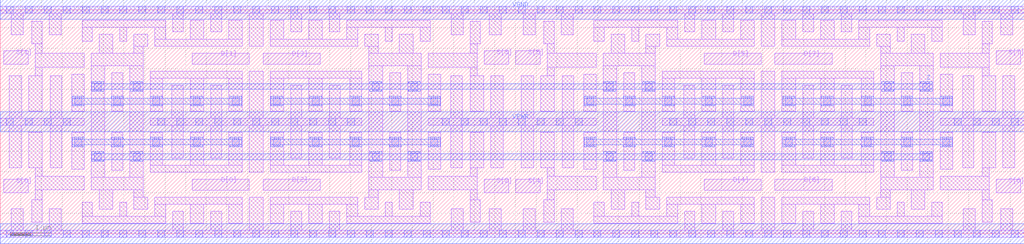
<source format=lef>
# Copyright 2020 The SkyWater PDK Authors
#
# Licensed under the Apache License, Version 2.0 (the "License");
# you may not use this file except in compliance with the License.
# You may obtain a copy of the License at
#
#     https://www.apache.org/licenses/LICENSE-2.0
#
# Unless required by applicable law or agreed to in writing, software
# distributed under the License is distributed on an "AS IS" BASIS,
# WITHOUT WARRANTIES OR CONDITIONS OF ANY KIND, either express or implied.
# See the License for the specific language governing permissions and
# limitations under the License.
#
# SPDX-License-Identifier: Apache-2.0

VERSION 5.7 ;
BUSBITCHARS "[]" ;
DIVIDERCHAR "/" ;
PROPERTYDEFINITIONS
  MACRO maskLayoutSubType STRING ;
  MACRO prCellType STRING ;
  MACRO originalViewName STRING ;
END PROPERTYDEFINITIONS
MACRO sky130_fd_sc_hdll__muxb8to1_4
  ORIGIN  0.000000  0.000000 ;
  CLASS CORE ;
  SYMMETRY X Y R90 ;
  SIZE  24.84000 BY  5.440000 ;
  SITE unithd ;
  PIN D[0]
    DIRECTION INPUT ;
    USE SIGNAL ;
    PORT
      LAYER li1 ;
        RECT 4.655000 1.055000 6.045000 1.325000 ;
    END
  END D[0]
  PIN D[1]
    DIRECTION INPUT ;
    USE SIGNAL ;
    PORT
      LAYER li1 ;
        RECT 4.655000 4.115000 6.045000 4.385000 ;
    END
  END D[1]
  PIN D[2]
    DIRECTION INPUT ;
    USE SIGNAL ;
    PORT
      LAYER li1 ;
        RECT 6.375000 1.055000 7.765000 1.325000 ;
    END
  END D[2]
  PIN D[3]
    DIRECTION INPUT ;
    USE SIGNAL ;
    PORT
      LAYER li1 ;
        RECT 6.375000 4.115000 7.765000 4.385000 ;
    END
  END D[3]
  PIN D[4]
    DIRECTION INPUT ;
    USE SIGNAL ;
    PORT
      LAYER li1 ;
        RECT 17.075000 1.055000 18.465000 1.325000 ;
    END
  END D[4]
  PIN D[5]
    DIRECTION INPUT ;
    USE SIGNAL ;
    PORT
      LAYER li1 ;
        RECT 17.075000 4.115000 18.465000 4.385000 ;
    END
  END D[5]
  PIN D[6]
    DIRECTION INPUT ;
    USE SIGNAL ;
    PORT
      LAYER li1 ;
        RECT 18.795000 1.055000 20.185000 1.325000 ;
    END
  END D[6]
  PIN D[7]
    DIRECTION INPUT ;
    USE SIGNAL ;
    PORT
      LAYER li1 ;
        RECT 18.795000 4.115000 20.185000 4.385000 ;
    END
  END D[7]
  PIN S[0]
    DIRECTION INPUT ;
    USE SIGNAL ;
    PORT
      LAYER li1 ;
        RECT 0.085000 0.995000 0.680000 1.325000 ;
    END
  END S[0]
  PIN S[1]
    DIRECTION INPUT ;
    USE SIGNAL ;
    PORT
      LAYER li1 ;
        RECT 0.085000 4.115000 0.680000 4.445000 ;
    END
  END S[1]
  PIN S[2]
    DIRECTION INPUT ;
    USE SIGNAL ;
    PORT
      LAYER li1 ;
        RECT 11.740000 0.995000 12.335000 1.325000 ;
    END
  END S[2]
  PIN S[3]
    DIRECTION INPUT ;
    USE SIGNAL ;
    PORT
      LAYER li1 ;
        RECT 11.740000 4.115000 12.335000 4.445000 ;
    END
  END S[3]
  PIN S[4]
    DIRECTION INPUT ;
    USE SIGNAL ;
    PORT
      LAYER li1 ;
        RECT 12.505000 0.995000 13.100000 1.325000 ;
    END
  END S[4]
  PIN S[5]
    DIRECTION INPUT ;
    USE SIGNAL ;
    PORT
      LAYER li1 ;
        RECT 12.505000 4.115000 13.100000 4.445000 ;
    END
  END S[5]
  PIN S[6]
    DIRECTION INPUT ;
    USE SIGNAL ;
    PORT
      LAYER li1 ;
        RECT 24.160000 0.995000 24.755000 1.325000 ;
    END
  END S[6]
  PIN S[7]
    DIRECTION INPUT ;
    USE SIGNAL ;
    PORT
      LAYER li1 ;
        RECT 24.160000 4.115000 24.755000 4.445000 ;
    END
  END S[7]
  PIN Z
    ANTENNADIFFAREA  1.992000 ;
    DIRECTION OUTPUT ;
    USE SIGNAL ;
    PORT
      LAYER met1 ;
        RECT  2.225000 1.755000  2.515000 1.800000 ;
        RECT  2.225000 1.800000 22.615000 1.940000 ;
        RECT  2.225000 1.940000  2.515000 1.985000 ;
        RECT  2.225000 3.455000  2.515000 3.500000 ;
        RECT  2.225000 3.500000 22.615000 3.640000 ;
        RECT  2.225000 3.640000  2.515000 3.685000 ;
        RECT  3.165000 1.755000  3.455000 1.800000 ;
        RECT  3.165000 1.940000  3.455000 1.985000 ;
        RECT  3.165000 3.455000  3.455000 3.500000 ;
        RECT  3.165000 3.640000  3.455000 3.685000 ;
        RECT  8.965000 1.755000  9.255000 1.800000 ;
        RECT  8.965000 1.940000  9.255000 1.985000 ;
        RECT  8.965000 3.455000  9.255000 3.500000 ;
        RECT  8.965000 3.640000  9.255000 3.685000 ;
        RECT  9.905000 1.755000 10.195000 1.800000 ;
        RECT  9.905000 1.940000 10.195000 1.985000 ;
        RECT  9.905000 3.455000 10.195000 3.500000 ;
        RECT  9.905000 3.640000 10.195000 3.685000 ;
        RECT 14.645000 1.755000 14.935000 1.800000 ;
        RECT 14.645000 1.940000 14.935000 1.985000 ;
        RECT 14.645000 3.455000 14.935000 3.500000 ;
        RECT 14.645000 3.640000 14.935000 3.685000 ;
        RECT 15.585000 1.755000 15.875000 1.800000 ;
        RECT 15.585000 1.940000 15.875000 1.985000 ;
        RECT 15.585000 3.455000 15.875000 3.500000 ;
        RECT 15.585000 3.640000 15.875000 3.685000 ;
        RECT 21.385000 1.755000 21.675000 1.800000 ;
        RECT 21.385000 1.940000 21.675000 1.985000 ;
        RECT 21.385000 3.455000 21.675000 3.500000 ;
        RECT 21.385000 3.640000 21.675000 3.685000 ;
        RECT 22.325000 1.755000 22.615000 1.800000 ;
        RECT 22.325000 1.940000 22.615000 1.985000 ;
        RECT 22.325000 3.455000 22.615000 3.500000 ;
        RECT 22.325000 3.640000 22.615000 3.685000 ;
    END
  END Z
  PIN VGND
    DIRECTION INOUT ;
    USE GROUND ;
    PORT
      LAYER met1 ;
        RECT 0.000000 -0.240000 24.840000 0.240000 ;
        RECT 0.000000  5.200000 24.840000 5.680000 ;
    END
  END VGND
  PIN VPWR
    DIRECTION INOUT ;
    USE POWER ;
    PORT
      LAYER met1 ;
        RECT 0.000000 2.480000 24.840000 2.960000 ;
    END
  END VPWR
  OBS
    LAYER li1 ;
      RECT  0.000000 -0.085000 24.840000 0.085000 ;
      RECT  0.000000  2.635000  2.035000 2.805000 ;
      RECT  0.000000  5.355000 24.840000 5.525000 ;
      RECT  0.220000  1.605000  0.520000 2.635000 ;
      RECT  0.220000  2.805000  0.520000 3.835000 ;
      RECT  0.270000  0.085000  0.560000 0.610000 ;
      RECT  0.270000  4.830000  0.560000 5.355000 ;
      RECT  0.690000  1.605000  1.020000 2.465000 ;
      RECT  0.690000  2.975000  1.020000 3.835000 ;
      RECT  0.770000  0.280000  1.020000 0.825000 ;
      RECT  0.770000  4.615000  1.020000 5.160000 ;
      RECT  0.850000  0.825000  1.020000 1.065000 ;
      RECT  0.850000  1.065000  2.035000 1.395000 ;
      RECT  0.850000  1.395000  1.020000 1.605000 ;
      RECT  0.850000  3.835000  1.020000 4.045000 ;
      RECT  0.850000  4.045000  2.035000 4.375000 ;
      RECT  0.850000  4.375000  1.020000 4.615000 ;
      RECT  1.190000  0.085000  1.480000 0.610000 ;
      RECT  1.190000  4.830000  1.480000 5.355000 ;
      RECT  1.215000  1.605000  1.490000 2.635000 ;
      RECT  1.215000  2.805000  1.490000 3.835000 ;
      RECT  1.735000  1.565000  2.035000 2.465000 ;
      RECT  1.735000  2.975000  2.035000 3.875000 ;
      RECT  1.985000  0.255000  4.015000 0.425000 ;
      RECT  1.985000  0.425000  2.235000 0.770000 ;
      RECT  1.985000  4.670000  2.235000 5.015000 ;
      RECT  1.985000  5.015000  4.015000 5.185000 ;
      RECT  2.205000  1.065000  3.475000 1.365000 ;
      RECT  2.205000  1.365000  2.535000 4.075000 ;
      RECT  2.205000  4.075000  3.475000 4.375000 ;
      RECT  2.405000  0.595000  2.735000 1.065000 ;
      RECT  2.405000  4.375000  2.735000 4.845000 ;
      RECT  2.705000  1.535000  2.975000 2.465000 ;
      RECT  2.705000  2.975000  2.975000 3.905000 ;
      RECT  2.905000  0.425000  3.075000 0.770000 ;
      RECT  2.905000  4.670000  3.075000 5.015000 ;
      RECT  3.145000  1.365000  3.475000 4.075000 ;
      RECT  3.245000  0.595000  3.575000 0.885000 ;
      RECT  3.245000  0.885000  3.475000 1.065000 ;
      RECT  3.245000  4.375000  3.475000 4.555000 ;
      RECT  3.245000  4.555000  3.575000 4.845000 ;
      RECT  3.645000  1.495000  5.875000 1.665000 ;
      RECT  3.645000  1.665000  3.945000 2.465000 ;
      RECT  3.645000  2.635000  8.775000 2.805000 ;
      RECT  3.645000  2.975000  3.945000 3.775000 ;
      RECT  3.645000  3.775000  5.875000 3.945000 ;
      RECT  3.745000  0.425000  4.015000 0.715000 ;
      RECT  3.745000  0.715000  5.875000 0.885000 ;
      RECT  3.745000  4.555000  5.875000 4.725000 ;
      RECT  3.745000  4.725000  4.015000 5.015000 ;
      RECT  4.165000  1.835000  4.435000 2.635000 ;
      RECT  4.165000  2.805000  4.435000 3.605000 ;
      RECT  4.185000  0.085000  4.435000 0.545000 ;
      RECT  4.185000  4.895000  4.435000 5.355000 ;
      RECT  4.605000  0.255000  4.935000 0.715000 ;
      RECT  4.605000  1.665000  4.935000 2.465000 ;
      RECT  4.605000  2.975000  4.935000 3.775000 ;
      RECT  4.605000  4.725000  4.935000 5.185000 ;
      RECT  5.105000  0.085000  5.375000 0.545000 ;
      RECT  5.105000  1.835000  5.375000 2.635000 ;
      RECT  5.105000  2.805000  5.375000 3.605000 ;
      RECT  5.105000  4.895000  5.375000 5.355000 ;
      RECT  5.545000  0.255000  5.875000 0.715000 ;
      RECT  5.545000  1.665000  5.875000 2.465000 ;
      RECT  5.545000  2.975000  5.875000 3.775000 ;
      RECT  5.545000  4.725000  5.875000 5.185000 ;
      RECT  6.045000  0.085000  6.375000 0.885000 ;
      RECT  6.045000  1.495000  6.375000 2.635000 ;
      RECT  6.045000  2.805000  6.375000 3.945000 ;
      RECT  6.045000  4.555000  6.375000 5.355000 ;
      RECT  6.545000  0.255000  6.875000 0.715000 ;
      RECT  6.545000  0.715000  8.675000 0.885000 ;
      RECT  6.545000  1.495000  8.775000 1.665000 ;
      RECT  6.545000  1.665000  6.875000 2.465000 ;
      RECT  6.545000  2.975000  6.875000 3.775000 ;
      RECT  6.545000  3.775000  8.775000 3.945000 ;
      RECT  6.545000  4.555000  8.675000 4.725000 ;
      RECT  6.545000  4.725000  6.875000 5.185000 ;
      RECT  7.045000  0.085000  7.315000 0.545000 ;
      RECT  7.045000  1.835000  7.315000 2.635000 ;
      RECT  7.045000  2.805000  7.315000 3.605000 ;
      RECT  7.045000  4.895000  7.315000 5.355000 ;
      RECT  7.485000  0.255000  7.815000 0.715000 ;
      RECT  7.485000  1.665000  7.815000 2.465000 ;
      RECT  7.485000  2.975000  7.815000 3.775000 ;
      RECT  7.485000  4.725000  7.815000 5.185000 ;
      RECT  7.985000  0.085000  8.235000 0.545000 ;
      RECT  7.985000  1.835000  8.255000 2.635000 ;
      RECT  7.985000  2.805000  8.255000 3.605000 ;
      RECT  7.985000  4.895000  8.235000 5.355000 ;
      RECT  8.405000  0.255000 10.435000 0.425000 ;
      RECT  8.405000  0.425000  8.675000 0.715000 ;
      RECT  8.405000  4.725000  8.675000 5.015000 ;
      RECT  8.405000  5.015000 10.435000 5.185000 ;
      RECT  8.475000  1.665000  8.775000 2.465000 ;
      RECT  8.475000  2.975000  8.775000 3.775000 ;
      RECT  8.845000  0.595000  9.175000 0.885000 ;
      RECT  8.845000  4.555000  9.175000 4.845000 ;
      RECT  8.945000  0.885000  9.175000 1.065000 ;
      RECT  8.945000  1.065000 10.215000 1.365000 ;
      RECT  8.945000  1.365000  9.275000 4.075000 ;
      RECT  8.945000  4.075000 10.215000 4.375000 ;
      RECT  8.945000  4.375000  9.175000 4.555000 ;
      RECT  9.345000  0.425000  9.515000 0.770000 ;
      RECT  9.345000  4.670000  9.515000 5.015000 ;
      RECT  9.445000  1.535000  9.715000 2.465000 ;
      RECT  9.445000  2.975000  9.715000 3.905000 ;
      RECT  9.685000  0.595000 10.015000 1.065000 ;
      RECT  9.685000  4.375000 10.015000 4.845000 ;
      RECT  9.885000  1.365000 10.215000 4.075000 ;
      RECT 10.185000  0.425000 10.435000 0.770000 ;
      RECT 10.185000  4.670000 10.435000 5.015000 ;
      RECT 10.385000  1.065000 11.570000 1.395000 ;
      RECT 10.385000  1.565000 10.685000 2.465000 ;
      RECT 10.385000  2.635000 14.455000 2.805000 ;
      RECT 10.385000  2.975000 10.685000 3.875000 ;
      RECT 10.385000  4.045000 11.570000 4.375000 ;
      RECT 10.930000  1.605000 11.205000 2.635000 ;
      RECT 10.930000  2.805000 11.205000 3.835000 ;
      RECT 10.940000  0.085000 11.230000 0.610000 ;
      RECT 10.940000  4.830000 11.230000 5.355000 ;
      RECT 11.400000  0.280000 11.650000 0.825000 ;
      RECT 11.400000  0.825000 11.570000 1.065000 ;
      RECT 11.400000  1.395000 11.570000 1.605000 ;
      RECT 11.400000  1.605000 11.730000 2.465000 ;
      RECT 11.400000  2.975000 11.730000 3.835000 ;
      RECT 11.400000  3.835000 11.570000 4.045000 ;
      RECT 11.400000  4.375000 11.570000 4.615000 ;
      RECT 11.400000  4.615000 11.650000 5.160000 ;
      RECT 11.860000  0.085000 12.150000 0.610000 ;
      RECT 11.860000  4.830000 12.150000 5.355000 ;
      RECT 11.900000  1.605000 12.200000 2.635000 ;
      RECT 11.900000  2.805000 12.200000 3.835000 ;
      RECT 12.640000  1.605000 12.940000 2.635000 ;
      RECT 12.640000  2.805000 12.940000 3.835000 ;
      RECT 12.690000  0.085000 12.980000 0.610000 ;
      RECT 12.690000  4.830000 12.980000 5.355000 ;
      RECT 13.110000  1.605000 13.440000 2.465000 ;
      RECT 13.110000  2.975000 13.440000 3.835000 ;
      RECT 13.190000  0.280000 13.440000 0.825000 ;
      RECT 13.190000  4.615000 13.440000 5.160000 ;
      RECT 13.270000  0.825000 13.440000 1.065000 ;
      RECT 13.270000  1.065000 14.455000 1.395000 ;
      RECT 13.270000  1.395000 13.440000 1.605000 ;
      RECT 13.270000  3.835000 13.440000 4.045000 ;
      RECT 13.270000  4.045000 14.455000 4.375000 ;
      RECT 13.270000  4.375000 13.440000 4.615000 ;
      RECT 13.610000  0.085000 13.900000 0.610000 ;
      RECT 13.610000  4.830000 13.900000 5.355000 ;
      RECT 13.635000  1.605000 13.910000 2.635000 ;
      RECT 13.635000  2.805000 13.910000 3.835000 ;
      RECT 14.155000  1.565000 14.455000 2.465000 ;
      RECT 14.155000  2.975000 14.455000 3.875000 ;
      RECT 14.405000  0.255000 16.435000 0.425000 ;
      RECT 14.405000  0.425000 14.655000 0.770000 ;
      RECT 14.405000  4.670000 14.655000 5.015000 ;
      RECT 14.405000  5.015000 16.435000 5.185000 ;
      RECT 14.625000  1.065000 15.895000 1.365000 ;
      RECT 14.625000  1.365000 14.955000 4.075000 ;
      RECT 14.625000  4.075000 15.895000 4.375000 ;
      RECT 14.825000  0.595000 15.155000 1.065000 ;
      RECT 14.825000  4.375000 15.155000 4.845000 ;
      RECT 15.125000  1.535000 15.395000 2.465000 ;
      RECT 15.125000  2.975000 15.395000 3.905000 ;
      RECT 15.325000  0.425000 15.495000 0.770000 ;
      RECT 15.325000  4.670000 15.495000 5.015000 ;
      RECT 15.565000  1.365000 15.895000 4.075000 ;
      RECT 15.665000  0.595000 15.995000 0.885000 ;
      RECT 15.665000  0.885000 15.895000 1.065000 ;
      RECT 15.665000  4.375000 15.895000 4.555000 ;
      RECT 15.665000  4.555000 15.995000 4.845000 ;
      RECT 16.065000  1.495000 18.295000 1.665000 ;
      RECT 16.065000  1.665000 16.365000 2.465000 ;
      RECT 16.065000  2.635000 21.195000 2.805000 ;
      RECT 16.065000  2.975000 16.365000 3.775000 ;
      RECT 16.065000  3.775000 18.295000 3.945000 ;
      RECT 16.165000  0.425000 16.435000 0.715000 ;
      RECT 16.165000  0.715000 18.295000 0.885000 ;
      RECT 16.165000  4.555000 18.295000 4.725000 ;
      RECT 16.165000  4.725000 16.435000 5.015000 ;
      RECT 16.585000  1.835000 16.855000 2.635000 ;
      RECT 16.585000  2.805000 16.855000 3.605000 ;
      RECT 16.605000  0.085000 16.855000 0.545000 ;
      RECT 16.605000  4.895000 16.855000 5.355000 ;
      RECT 17.025000  0.255000 17.355000 0.715000 ;
      RECT 17.025000  1.665000 17.355000 2.465000 ;
      RECT 17.025000  2.975000 17.355000 3.775000 ;
      RECT 17.025000  4.725000 17.355000 5.185000 ;
      RECT 17.525000  0.085000 17.795000 0.545000 ;
      RECT 17.525000  1.835000 17.795000 2.635000 ;
      RECT 17.525000  2.805000 17.795000 3.605000 ;
      RECT 17.525000  4.895000 17.795000 5.355000 ;
      RECT 17.965000  0.255000 18.295000 0.715000 ;
      RECT 17.965000  1.665000 18.295000 2.465000 ;
      RECT 17.965000  2.975000 18.295000 3.775000 ;
      RECT 17.965000  4.725000 18.295000 5.185000 ;
      RECT 18.465000  0.085000 18.795000 0.885000 ;
      RECT 18.465000  1.495000 18.795000 2.635000 ;
      RECT 18.465000  2.805000 18.795000 3.945000 ;
      RECT 18.465000  4.555000 18.795000 5.355000 ;
      RECT 18.965000  0.255000 19.295000 0.715000 ;
      RECT 18.965000  0.715000 21.095000 0.885000 ;
      RECT 18.965000  1.495000 21.195000 1.665000 ;
      RECT 18.965000  1.665000 19.295000 2.465000 ;
      RECT 18.965000  2.975000 19.295000 3.775000 ;
      RECT 18.965000  3.775000 21.195000 3.945000 ;
      RECT 18.965000  4.555000 21.095000 4.725000 ;
      RECT 18.965000  4.725000 19.295000 5.185000 ;
      RECT 19.465000  0.085000 19.735000 0.545000 ;
      RECT 19.465000  1.835000 19.735000 2.635000 ;
      RECT 19.465000  2.805000 19.735000 3.605000 ;
      RECT 19.465000  4.895000 19.735000 5.355000 ;
      RECT 19.905000  0.255000 20.235000 0.715000 ;
      RECT 19.905000  1.665000 20.235000 2.465000 ;
      RECT 19.905000  2.975000 20.235000 3.775000 ;
      RECT 19.905000  4.725000 20.235000 5.185000 ;
      RECT 20.405000  0.085000 20.655000 0.545000 ;
      RECT 20.405000  1.835000 20.675000 2.635000 ;
      RECT 20.405000  2.805000 20.675000 3.605000 ;
      RECT 20.405000  4.895000 20.655000 5.355000 ;
      RECT 20.825000  0.255000 22.855000 0.425000 ;
      RECT 20.825000  0.425000 21.095000 0.715000 ;
      RECT 20.825000  4.725000 21.095000 5.015000 ;
      RECT 20.825000  5.015000 22.855000 5.185000 ;
      RECT 20.895000  1.665000 21.195000 2.465000 ;
      RECT 20.895000  2.975000 21.195000 3.775000 ;
      RECT 21.265000  0.595000 21.595000 0.885000 ;
      RECT 21.265000  4.555000 21.595000 4.845000 ;
      RECT 21.365000  0.885000 21.595000 1.065000 ;
      RECT 21.365000  1.065000 22.635000 1.365000 ;
      RECT 21.365000  1.365000 21.695000 4.075000 ;
      RECT 21.365000  4.075000 22.635000 4.375000 ;
      RECT 21.365000  4.375000 21.595000 4.555000 ;
      RECT 21.765000  0.425000 21.935000 0.770000 ;
      RECT 21.765000  4.670000 21.935000 5.015000 ;
      RECT 21.865000  1.535000 22.135000 2.465000 ;
      RECT 21.865000  2.975000 22.135000 3.905000 ;
      RECT 22.105000  0.595000 22.435000 1.065000 ;
      RECT 22.105000  4.375000 22.435000 4.845000 ;
      RECT 22.305000  1.365000 22.635000 4.075000 ;
      RECT 22.605000  0.425000 22.855000 0.770000 ;
      RECT 22.605000  4.670000 22.855000 5.015000 ;
      RECT 22.805000  1.065000 23.990000 1.395000 ;
      RECT 22.805000  1.565000 23.105000 2.465000 ;
      RECT 22.805000  2.635000 24.840000 2.805000 ;
      RECT 22.805000  2.975000 23.105000 3.875000 ;
      RECT 22.805000  4.045000 23.990000 4.375000 ;
      RECT 23.350000  1.605000 23.625000 2.635000 ;
      RECT 23.350000  2.805000 23.625000 3.835000 ;
      RECT 23.360000  0.085000 23.650000 0.610000 ;
      RECT 23.360000  4.830000 23.650000 5.355000 ;
      RECT 23.820000  0.280000 24.070000 0.825000 ;
      RECT 23.820000  0.825000 23.990000 1.065000 ;
      RECT 23.820000  1.395000 23.990000 1.605000 ;
      RECT 23.820000  1.605000 24.150000 2.465000 ;
      RECT 23.820000  2.975000 24.150000 3.835000 ;
      RECT 23.820000  3.835000 23.990000 4.045000 ;
      RECT 23.820000  4.375000 23.990000 4.615000 ;
      RECT 23.820000  4.615000 24.070000 5.160000 ;
      RECT 24.280000  0.085000 24.570000 0.610000 ;
      RECT 24.280000  4.830000 24.570000 5.355000 ;
      RECT 24.320000  1.605000 24.620000 2.635000 ;
      RECT 24.320000  2.805000 24.620000 3.835000 ;
    LAYER mcon ;
      RECT  0.145000 -0.085000  0.315000 0.085000 ;
      RECT  0.145000  2.635000  0.315000 2.805000 ;
      RECT  0.145000  5.355000  0.315000 5.525000 ;
      RECT  0.605000 -0.085000  0.775000 0.085000 ;
      RECT  0.605000  2.635000  0.775000 2.805000 ;
      RECT  0.605000  5.355000  0.775000 5.525000 ;
      RECT  1.065000 -0.085000  1.235000 0.085000 ;
      RECT  1.065000  2.635000  1.235000 2.805000 ;
      RECT  1.065000  5.355000  1.235000 5.525000 ;
      RECT  1.525000 -0.085000  1.695000 0.085000 ;
      RECT  1.525000  2.635000  1.695000 2.805000 ;
      RECT  1.525000  5.355000  1.695000 5.525000 ;
      RECT  1.805000  2.140000  1.975000 2.310000 ;
      RECT  1.805000  3.130000  1.975000 3.300000 ;
      RECT  1.985000 -0.085000  2.155000 0.085000 ;
      RECT  1.985000  5.355000  2.155000 5.525000 ;
      RECT  2.285000  1.785000  2.455000 1.955000 ;
      RECT  2.285000  3.485000  2.455000 3.655000 ;
      RECT  2.445000 -0.085000  2.615000 0.085000 ;
      RECT  2.445000  5.355000  2.615000 5.525000 ;
      RECT  2.755000  2.140000  2.925000 2.310000 ;
      RECT  2.755000  3.130000  2.925000 3.300000 ;
      RECT  2.905000 -0.085000  3.075000 0.085000 ;
      RECT  2.905000  5.355000  3.075000 5.525000 ;
      RECT  3.225000  1.785000  3.395000 1.955000 ;
      RECT  3.225000  3.485000  3.395000 3.655000 ;
      RECT  3.365000 -0.085000  3.535000 0.085000 ;
      RECT  3.365000  5.355000  3.535000 5.525000 ;
      RECT  3.705000  2.140000  3.875000 2.310000 ;
      RECT  3.705000  3.130000  3.875000 3.300000 ;
      RECT  3.825000 -0.085000  3.995000 0.085000 ;
      RECT  3.825000  2.635000  3.995000 2.805000 ;
      RECT  3.825000  5.355000  3.995000 5.525000 ;
      RECT  4.285000 -0.085000  4.455000 0.085000 ;
      RECT  4.285000  2.635000  4.455000 2.805000 ;
      RECT  4.285000  5.355000  4.455000 5.525000 ;
      RECT  4.685000  2.140000  4.855000 2.310000 ;
      RECT  4.685000  3.130000  4.855000 3.300000 ;
      RECT  4.745000 -0.085000  4.915000 0.085000 ;
      RECT  4.745000  2.635000  4.915000 2.805000 ;
      RECT  4.745000  5.355000  4.915000 5.525000 ;
      RECT  5.205000 -0.085000  5.375000 0.085000 ;
      RECT  5.205000  2.635000  5.375000 2.805000 ;
      RECT  5.205000  5.355000  5.375000 5.525000 ;
      RECT  5.625000  2.140000  5.795000 2.310000 ;
      RECT  5.625000  3.130000  5.795000 3.300000 ;
      RECT  5.665000 -0.085000  5.835000 0.085000 ;
      RECT  5.665000  2.635000  5.835000 2.805000 ;
      RECT  5.665000  5.355000  5.835000 5.525000 ;
      RECT  6.125000 -0.085000  6.295000 0.085000 ;
      RECT  6.125000  2.635000  6.295000 2.805000 ;
      RECT  6.125000  5.355000  6.295000 5.525000 ;
      RECT  6.585000 -0.085000  6.755000 0.085000 ;
      RECT  6.585000  2.635000  6.755000 2.805000 ;
      RECT  6.585000  5.355000  6.755000 5.525000 ;
      RECT  6.625000  2.140000  6.795000 2.310000 ;
      RECT  6.625000  3.130000  6.795000 3.300000 ;
      RECT  7.045000 -0.085000  7.215000 0.085000 ;
      RECT  7.045000  2.635000  7.215000 2.805000 ;
      RECT  7.045000  5.355000  7.215000 5.525000 ;
      RECT  7.505000 -0.085000  7.675000 0.085000 ;
      RECT  7.505000  2.635000  7.675000 2.805000 ;
      RECT  7.505000  5.355000  7.675000 5.525000 ;
      RECT  7.565000  2.140000  7.735000 2.310000 ;
      RECT  7.565000  3.130000  7.735000 3.300000 ;
      RECT  7.965000 -0.085000  8.135000 0.085000 ;
      RECT  7.965000  2.635000  8.135000 2.805000 ;
      RECT  7.965000  5.355000  8.135000 5.525000 ;
      RECT  8.425000 -0.085000  8.595000 0.085000 ;
      RECT  8.425000  2.635000  8.595000 2.805000 ;
      RECT  8.425000  5.355000  8.595000 5.525000 ;
      RECT  8.545000  2.140000  8.715000 2.310000 ;
      RECT  8.545000  3.130000  8.715000 3.300000 ;
      RECT  8.885000 -0.085000  9.055000 0.085000 ;
      RECT  8.885000  5.355000  9.055000 5.525000 ;
      RECT  9.025000  1.785000  9.195000 1.955000 ;
      RECT  9.025000  3.485000  9.195000 3.655000 ;
      RECT  9.345000 -0.085000  9.515000 0.085000 ;
      RECT  9.345000  5.355000  9.515000 5.525000 ;
      RECT  9.495000  2.140000  9.665000 2.310000 ;
      RECT  9.495000  3.130000  9.665000 3.300000 ;
      RECT  9.805000 -0.085000  9.975000 0.085000 ;
      RECT  9.805000  5.355000  9.975000 5.525000 ;
      RECT  9.965000  1.785000 10.135000 1.955000 ;
      RECT  9.965000  3.485000 10.135000 3.655000 ;
      RECT 10.265000 -0.085000 10.435000 0.085000 ;
      RECT 10.265000  5.355000 10.435000 5.525000 ;
      RECT 10.445000  2.140000 10.615000 2.310000 ;
      RECT 10.445000  3.130000 10.615000 3.300000 ;
      RECT 10.725000 -0.085000 10.895000 0.085000 ;
      RECT 10.725000  2.635000 10.895000 2.805000 ;
      RECT 10.725000  5.355000 10.895000 5.525000 ;
      RECT 11.185000 -0.085000 11.355000 0.085000 ;
      RECT 11.185000  2.635000 11.355000 2.805000 ;
      RECT 11.185000  5.355000 11.355000 5.525000 ;
      RECT 11.645000 -0.085000 11.815000 0.085000 ;
      RECT 11.645000  2.635000 11.815000 2.805000 ;
      RECT 11.645000  5.355000 11.815000 5.525000 ;
      RECT 12.105000 -0.085000 12.275000 0.085000 ;
      RECT 12.105000  2.635000 12.275000 2.805000 ;
      RECT 12.105000  5.355000 12.275000 5.525000 ;
      RECT 12.565000 -0.085000 12.735000 0.085000 ;
      RECT 12.565000  2.635000 12.735000 2.805000 ;
      RECT 12.565000  5.355000 12.735000 5.525000 ;
      RECT 13.025000 -0.085000 13.195000 0.085000 ;
      RECT 13.025000  2.635000 13.195000 2.805000 ;
      RECT 13.025000  5.355000 13.195000 5.525000 ;
      RECT 13.485000 -0.085000 13.655000 0.085000 ;
      RECT 13.485000  2.635000 13.655000 2.805000 ;
      RECT 13.485000  5.355000 13.655000 5.525000 ;
      RECT 13.945000 -0.085000 14.115000 0.085000 ;
      RECT 13.945000  2.635000 14.115000 2.805000 ;
      RECT 13.945000  5.355000 14.115000 5.525000 ;
      RECT 14.225000  2.140000 14.395000 2.310000 ;
      RECT 14.225000  3.130000 14.395000 3.300000 ;
      RECT 14.405000 -0.085000 14.575000 0.085000 ;
      RECT 14.405000  5.355000 14.575000 5.525000 ;
      RECT 14.705000  1.785000 14.875000 1.955000 ;
      RECT 14.705000  3.485000 14.875000 3.655000 ;
      RECT 14.865000 -0.085000 15.035000 0.085000 ;
      RECT 14.865000  5.355000 15.035000 5.525000 ;
      RECT 15.175000  2.140000 15.345000 2.310000 ;
      RECT 15.175000  3.130000 15.345000 3.300000 ;
      RECT 15.325000 -0.085000 15.495000 0.085000 ;
      RECT 15.325000  5.355000 15.495000 5.525000 ;
      RECT 15.645000  1.785000 15.815000 1.955000 ;
      RECT 15.645000  3.485000 15.815000 3.655000 ;
      RECT 15.785000 -0.085000 15.955000 0.085000 ;
      RECT 15.785000  5.355000 15.955000 5.525000 ;
      RECT 16.125000  2.140000 16.295000 2.310000 ;
      RECT 16.125000  3.130000 16.295000 3.300000 ;
      RECT 16.245000 -0.085000 16.415000 0.085000 ;
      RECT 16.245000  2.635000 16.415000 2.805000 ;
      RECT 16.245000  5.355000 16.415000 5.525000 ;
      RECT 16.705000 -0.085000 16.875000 0.085000 ;
      RECT 16.705000  2.635000 16.875000 2.805000 ;
      RECT 16.705000  5.355000 16.875000 5.525000 ;
      RECT 17.105000  2.140000 17.275000 2.310000 ;
      RECT 17.105000  3.130000 17.275000 3.300000 ;
      RECT 17.165000 -0.085000 17.335000 0.085000 ;
      RECT 17.165000  2.635000 17.335000 2.805000 ;
      RECT 17.165000  5.355000 17.335000 5.525000 ;
      RECT 17.625000 -0.085000 17.795000 0.085000 ;
      RECT 17.625000  2.635000 17.795000 2.805000 ;
      RECT 17.625000  5.355000 17.795000 5.525000 ;
      RECT 18.045000  2.140000 18.215000 2.310000 ;
      RECT 18.045000  3.130000 18.215000 3.300000 ;
      RECT 18.085000 -0.085000 18.255000 0.085000 ;
      RECT 18.085000  2.635000 18.255000 2.805000 ;
      RECT 18.085000  5.355000 18.255000 5.525000 ;
      RECT 18.545000 -0.085000 18.715000 0.085000 ;
      RECT 18.545000  2.635000 18.715000 2.805000 ;
      RECT 18.545000  5.355000 18.715000 5.525000 ;
      RECT 19.005000 -0.085000 19.175000 0.085000 ;
      RECT 19.005000  2.635000 19.175000 2.805000 ;
      RECT 19.005000  5.355000 19.175000 5.525000 ;
      RECT 19.045000  2.140000 19.215000 2.310000 ;
      RECT 19.045000  3.130000 19.215000 3.300000 ;
      RECT 19.465000 -0.085000 19.635000 0.085000 ;
      RECT 19.465000  2.635000 19.635000 2.805000 ;
      RECT 19.465000  5.355000 19.635000 5.525000 ;
      RECT 19.925000 -0.085000 20.095000 0.085000 ;
      RECT 19.925000  2.635000 20.095000 2.805000 ;
      RECT 19.925000  5.355000 20.095000 5.525000 ;
      RECT 19.985000  2.140000 20.155000 2.310000 ;
      RECT 19.985000  3.130000 20.155000 3.300000 ;
      RECT 20.385000 -0.085000 20.555000 0.085000 ;
      RECT 20.385000  2.635000 20.555000 2.805000 ;
      RECT 20.385000  5.355000 20.555000 5.525000 ;
      RECT 20.845000 -0.085000 21.015000 0.085000 ;
      RECT 20.845000  2.635000 21.015000 2.805000 ;
      RECT 20.845000  5.355000 21.015000 5.525000 ;
      RECT 20.965000  2.140000 21.135000 2.310000 ;
      RECT 20.965000  3.130000 21.135000 3.300000 ;
      RECT 21.305000 -0.085000 21.475000 0.085000 ;
      RECT 21.305000  5.355000 21.475000 5.525000 ;
      RECT 21.445000  1.785000 21.615000 1.955000 ;
      RECT 21.445000  3.485000 21.615000 3.655000 ;
      RECT 21.765000 -0.085000 21.935000 0.085000 ;
      RECT 21.765000  5.355000 21.935000 5.525000 ;
      RECT 21.915000  2.140000 22.085000 2.310000 ;
      RECT 21.915000  3.130000 22.085000 3.300000 ;
      RECT 22.225000 -0.085000 22.395000 0.085000 ;
      RECT 22.225000  5.355000 22.395000 5.525000 ;
      RECT 22.385000  1.785000 22.555000 1.955000 ;
      RECT 22.385000  3.485000 22.555000 3.655000 ;
      RECT 22.685000 -0.085000 22.855000 0.085000 ;
      RECT 22.685000  5.355000 22.855000 5.525000 ;
      RECT 22.865000  2.140000 23.035000 2.310000 ;
      RECT 22.865000  3.130000 23.035000 3.300000 ;
      RECT 23.145000 -0.085000 23.315000 0.085000 ;
      RECT 23.145000  2.635000 23.315000 2.805000 ;
      RECT 23.145000  5.355000 23.315000 5.525000 ;
      RECT 23.605000 -0.085000 23.775000 0.085000 ;
      RECT 23.605000  2.635000 23.775000 2.805000 ;
      RECT 23.605000  5.355000 23.775000 5.525000 ;
      RECT 24.065000 -0.085000 24.235000 0.085000 ;
      RECT 24.065000  2.635000 24.235000 2.805000 ;
      RECT 24.065000  5.355000 24.235000 5.525000 ;
      RECT 24.525000 -0.085000 24.695000 0.085000 ;
      RECT 24.525000  2.635000 24.695000 2.805000 ;
      RECT 24.525000  5.355000 24.695000 5.525000 ;
    LAYER met1 ;
      RECT  1.745000 2.110000  2.035000 2.155000 ;
      RECT  1.745000 2.155000  5.855000 2.295000 ;
      RECT  1.745000 2.295000  2.035000 2.340000 ;
      RECT  1.745000 3.100000  2.035000 3.145000 ;
      RECT  1.745000 3.145000  5.855000 3.285000 ;
      RECT  1.745000 3.285000  2.035000 3.330000 ;
      RECT  2.695000 2.110000  2.985000 2.155000 ;
      RECT  2.695000 2.295000  2.985000 2.340000 ;
      RECT  2.695000 3.100000  2.985000 3.145000 ;
      RECT  2.695000 3.285000  2.985000 3.330000 ;
      RECT  3.645000 2.110000  3.935000 2.155000 ;
      RECT  3.645000 2.295000  3.935000 2.340000 ;
      RECT  3.645000 3.100000  3.935000 3.145000 ;
      RECT  3.645000 3.285000  3.935000 3.330000 ;
      RECT  4.625000 2.110000  4.915000 2.155000 ;
      RECT  4.625000 2.295000  4.915000 2.340000 ;
      RECT  4.625000 3.100000  4.915000 3.145000 ;
      RECT  4.625000 3.285000  4.915000 3.330000 ;
      RECT  5.565000 2.110000  5.855000 2.155000 ;
      RECT  5.565000 2.295000  5.855000 2.340000 ;
      RECT  5.565000 3.100000  5.855000 3.145000 ;
      RECT  5.565000 3.285000  5.855000 3.330000 ;
      RECT  6.565000 2.110000  6.855000 2.155000 ;
      RECT  6.565000 2.155000 10.675000 2.295000 ;
      RECT  6.565000 2.295000  6.855000 2.340000 ;
      RECT  6.565000 3.100000  6.855000 3.145000 ;
      RECT  6.565000 3.145000 10.675000 3.285000 ;
      RECT  6.565000 3.285000  6.855000 3.330000 ;
      RECT  7.505000 2.110000  7.795000 2.155000 ;
      RECT  7.505000 2.295000  7.795000 2.340000 ;
      RECT  7.505000 3.100000  7.795000 3.145000 ;
      RECT  7.505000 3.285000  7.795000 3.330000 ;
      RECT  8.485000 2.110000  8.775000 2.155000 ;
      RECT  8.485000 2.295000  8.775000 2.340000 ;
      RECT  8.485000 3.100000  8.775000 3.145000 ;
      RECT  8.485000 3.285000  8.775000 3.330000 ;
      RECT  9.435000 2.110000  9.725000 2.155000 ;
      RECT  9.435000 2.295000  9.725000 2.340000 ;
      RECT  9.435000 3.100000  9.725000 3.145000 ;
      RECT  9.435000 3.285000  9.725000 3.330000 ;
      RECT 10.385000 2.110000 10.675000 2.155000 ;
      RECT 10.385000 2.295000 10.675000 2.340000 ;
      RECT 10.385000 3.100000 10.675000 3.145000 ;
      RECT 10.385000 3.285000 10.675000 3.330000 ;
      RECT 14.165000 2.110000 14.455000 2.155000 ;
      RECT 14.165000 2.155000 18.275000 2.295000 ;
      RECT 14.165000 2.295000 14.455000 2.340000 ;
      RECT 14.165000 3.100000 14.455000 3.145000 ;
      RECT 14.165000 3.145000 18.275000 3.285000 ;
      RECT 14.165000 3.285000 14.455000 3.330000 ;
      RECT 15.115000 2.110000 15.405000 2.155000 ;
      RECT 15.115000 2.295000 15.405000 2.340000 ;
      RECT 15.115000 3.100000 15.405000 3.145000 ;
      RECT 15.115000 3.285000 15.405000 3.330000 ;
      RECT 16.065000 2.110000 16.355000 2.155000 ;
      RECT 16.065000 2.295000 16.355000 2.340000 ;
      RECT 16.065000 3.100000 16.355000 3.145000 ;
      RECT 16.065000 3.285000 16.355000 3.330000 ;
      RECT 17.045000 2.110000 17.335000 2.155000 ;
      RECT 17.045000 2.295000 17.335000 2.340000 ;
      RECT 17.045000 3.100000 17.335000 3.145000 ;
      RECT 17.045000 3.285000 17.335000 3.330000 ;
      RECT 17.985000 2.110000 18.275000 2.155000 ;
      RECT 17.985000 2.295000 18.275000 2.340000 ;
      RECT 17.985000 3.100000 18.275000 3.145000 ;
      RECT 17.985000 3.285000 18.275000 3.330000 ;
      RECT 18.985000 2.110000 19.275000 2.155000 ;
      RECT 18.985000 2.155000 23.095000 2.295000 ;
      RECT 18.985000 2.295000 19.275000 2.340000 ;
      RECT 18.985000 3.100000 19.275000 3.145000 ;
      RECT 18.985000 3.145000 23.095000 3.285000 ;
      RECT 18.985000 3.285000 19.275000 3.330000 ;
      RECT 19.925000 2.110000 20.215000 2.155000 ;
      RECT 19.925000 2.295000 20.215000 2.340000 ;
      RECT 19.925000 3.100000 20.215000 3.145000 ;
      RECT 19.925000 3.285000 20.215000 3.330000 ;
      RECT 20.905000 2.110000 21.195000 2.155000 ;
      RECT 20.905000 2.295000 21.195000 2.340000 ;
      RECT 20.905000 3.100000 21.195000 3.145000 ;
      RECT 20.905000 3.285000 21.195000 3.330000 ;
      RECT 21.855000 2.110000 22.145000 2.155000 ;
      RECT 21.855000 2.295000 22.145000 2.340000 ;
      RECT 21.855000 3.100000 22.145000 3.145000 ;
      RECT 21.855000 3.285000 22.145000 3.330000 ;
      RECT 22.805000 2.110000 23.095000 2.155000 ;
      RECT 22.805000 2.295000 23.095000 2.340000 ;
      RECT 22.805000 3.100000 23.095000 3.145000 ;
      RECT 22.805000 3.285000 23.095000 3.330000 ;
  END
  PROPERTY maskLayoutSubType "abstract" ;
  PROPERTY prCellType "standard" ;
  PROPERTY originalViewName "layout" ;
END sky130_fd_sc_hdll__muxb8to1_4
END LIBRARY

</source>
